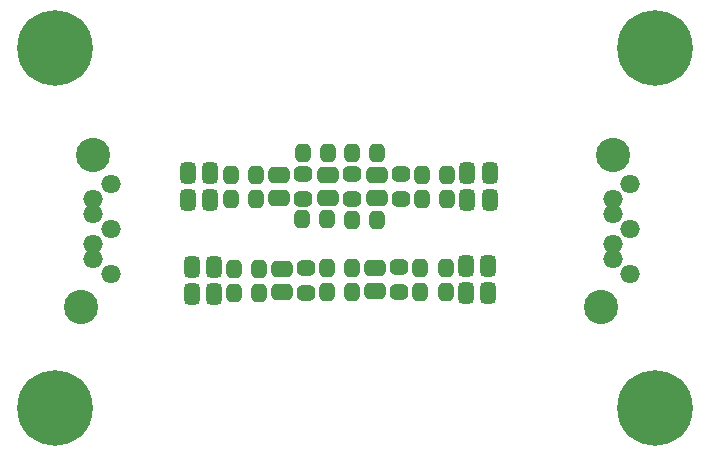
<source format=gbr>
%TF.GenerationSoftware,KiCad,Pcbnew,7.0.5.1-1-g8f565ef7f0-dirty-deb11*%
%TF.CreationDate,2023-07-21T08:52:31+00:00*%
%TF.ProjectId,BP02,42503032-2e6b-4696-9361-645f70636258,rev?*%
%TF.SameCoordinates,Original*%
%TF.FileFunction,Soldermask,Bot*%
%TF.FilePolarity,Negative*%
%FSLAX46Y46*%
G04 Gerber Fmt 4.6, Leading zero omitted, Abs format (unit mm)*
G04 Created by KiCad (PCBNEW 7.0.5.1-1-g8f565ef7f0-dirty-deb11) date 2023-07-21 08:52:31*
%MOMM*%
%LPD*%
G01*
G04 APERTURE LIST*
G04 Aperture macros list*
%AMRoundRect*
0 Rectangle with rounded corners*
0 $1 Rounding radius*
0 $2 $3 $4 $5 $6 $7 $8 $9 X,Y pos of 4 corners*
0 Add a 4 corners polygon primitive as box body*
4,1,4,$2,$3,$4,$5,$6,$7,$8,$9,$2,$3,0*
0 Add four circle primitives for the rounded corners*
1,1,$1+$1,$2,$3*
1,1,$1+$1,$4,$5*
1,1,$1+$1,$6,$7*
1,1,$1+$1,$8,$9*
0 Add four rect primitives between the rounded corners*
20,1,$1+$1,$2,$3,$4,$5,0*
20,1,$1+$1,$4,$5,$6,$7,0*
20,1,$1+$1,$6,$7,$8,$9,0*
20,1,$1+$1,$8,$9,$2,$3,0*%
G04 Aperture macros list end*
%ADD10C,6.400000*%
%ADD11O,1.700000X1.500000*%
%ADD12C,2.900000*%
%ADD13RoundRect,0.418750X-0.218750X-0.381250X0.218750X-0.381250X0.218750X0.381250X-0.218750X0.381250X0*%
%ADD14RoundRect,0.450000X0.475000X-0.250000X0.475000X0.250000X-0.475000X0.250000X-0.475000X-0.250000X0*%
%ADD15RoundRect,0.450000X0.250000X0.475000X-0.250000X0.475000X-0.250000X-0.475000X0.250000X-0.475000X0*%
%ADD16RoundRect,0.450000X-0.475000X0.250000X-0.475000X-0.250000X0.475000X-0.250000X0.475000X0.250000X0*%
%ADD17RoundRect,0.418750X-0.381250X0.218750X-0.381250X-0.218750X0.381250X-0.218750X0.381250X0.218750X0*%
%ADD18RoundRect,0.418750X0.218750X0.381250X-0.218750X0.381250X-0.218750X-0.381250X0.218750X-0.381250X0*%
%ADD19RoundRect,0.450000X-0.250000X-0.475000X0.250000X-0.475000X0.250000X0.475000X-0.250000X0.475000X0*%
G04 APERTURE END LIST*
D10*
%TO.C,M1*%
X129154000Y-77394000D03*
%TD*%
%TO.C,M3*%
X179954000Y-107874000D03*
%TD*%
D11*
%TO.C,J1*%
X133923000Y-88924000D03*
X132423000Y-90194000D03*
X132423000Y-91464000D03*
X133923000Y-92734000D03*
X132423000Y-94004000D03*
X132423000Y-95274000D03*
X133923000Y-96544000D03*
D12*
X131423000Y-99294000D03*
X132423000Y-86464000D03*
%TD*%
D11*
%TO.C,J2*%
X177898000Y-88924000D03*
X176398000Y-90194000D03*
X176398000Y-91464000D03*
X177898000Y-92734000D03*
X176398000Y-94004000D03*
X176398000Y-95274000D03*
X177898000Y-96544000D03*
D12*
X175398000Y-99294000D03*
X176398000Y-86464000D03*
%TD*%
D10*
%TO.C,M4*%
X129154000Y-107874000D03*
%TD*%
%TO.C,M2*%
X179954000Y-77394000D03*
%TD*%
D13*
%TO.C,L10*%
X152221500Y-98018800D03*
X154346500Y-98018800D03*
%TD*%
D14*
%TO.C,C5*%
X148112600Y-90028000D03*
X148112600Y-88128000D03*
%TD*%
D13*
%TO.C,L1*%
X144074500Y-88121200D03*
X146199500Y-88121200D03*
%TD*%
%TO.C,L13*%
X154339900Y-86258600D03*
X156464900Y-86258600D03*
%TD*%
D15*
%TO.C,C12*%
X166004400Y-87935000D03*
X164104400Y-87935000D03*
%TD*%
D13*
%TO.C,L18*%
X160283500Y-88087400D03*
X162408500Y-88087400D03*
%TD*%
D16*
%TO.C,C6*%
X148407200Y-96093400D03*
X148407200Y-97993400D03*
%TD*%
D17*
%TO.C,L12*%
X158313200Y-95889500D03*
X158313200Y-98014500D03*
%TD*%
D18*
%TO.C,L19*%
X162408500Y-90119400D03*
X160283500Y-90119400D03*
%TD*%
D13*
%TO.C,L3*%
X144347500Y-96037600D03*
X146472500Y-96037600D03*
%TD*%
D17*
%TO.C,L11*%
X154335600Y-88019800D03*
X154335600Y-90144800D03*
%TD*%
D13*
%TO.C,L15*%
X160120900Y-95961400D03*
X162245900Y-95961400D03*
%TD*%
D15*
%TO.C,C2*%
X142332100Y-90254800D03*
X140432100Y-90254800D03*
%TD*%
D16*
%TO.C,C8*%
X156281200Y-96002000D03*
X156281200Y-97902000D03*
%TD*%
D18*
%TO.C,L2*%
X146199500Y-90153200D03*
X144074500Y-90153200D03*
%TD*%
D19*
%TO.C,C4*%
X140745600Y-98186400D03*
X142645600Y-98186400D03*
%TD*%
D15*
%TO.C,C3*%
X142645600Y-95900400D03*
X140745600Y-95900400D03*
%TD*%
D13*
%TO.C,L9*%
X152221500Y-95986800D03*
X154346500Y-95986800D03*
%TD*%
D18*
%TO.C,L14*%
X156464900Y-91897400D03*
X154339900Y-91897400D03*
%TD*%
D17*
%TO.C,L17*%
X158501200Y-88040900D03*
X158501200Y-90165900D03*
%TD*%
D13*
%TO.C,L16*%
X160120900Y-97993400D03*
X162245900Y-97993400D03*
%TD*%
%TO.C,L4*%
X144347500Y-98069600D03*
X146472500Y-98069600D03*
%TD*%
D17*
%TO.C,L5*%
X150144600Y-88015500D03*
X150144600Y-90140500D03*
%TD*%
D15*
%TO.C,C13*%
X166004400Y-90221000D03*
X164104400Y-90221000D03*
%TD*%
%TO.C,C10*%
X165867200Y-95834400D03*
X163967200Y-95834400D03*
%TD*%
D14*
%TO.C,C9*%
X156469200Y-90053400D03*
X156469200Y-88153400D03*
%TD*%
D19*
%TO.C,C11*%
X163967200Y-98120400D03*
X165867200Y-98120400D03*
%TD*%
D18*
%TO.C,L8*%
X152248500Y-91846600D03*
X150123500Y-91846600D03*
%TD*%
D13*
%TO.C,L7*%
X150148900Y-86258600D03*
X152273900Y-86258600D03*
%TD*%
D14*
%TO.C,C7*%
X152303600Y-90032300D03*
X152303600Y-88132300D03*
%TD*%
D15*
%TO.C,C1*%
X142332100Y-87968800D03*
X140432100Y-87968800D03*
%TD*%
D17*
%TO.C,L6*%
X150439200Y-95980900D03*
X150439200Y-98105900D03*
%TD*%
M02*

</source>
